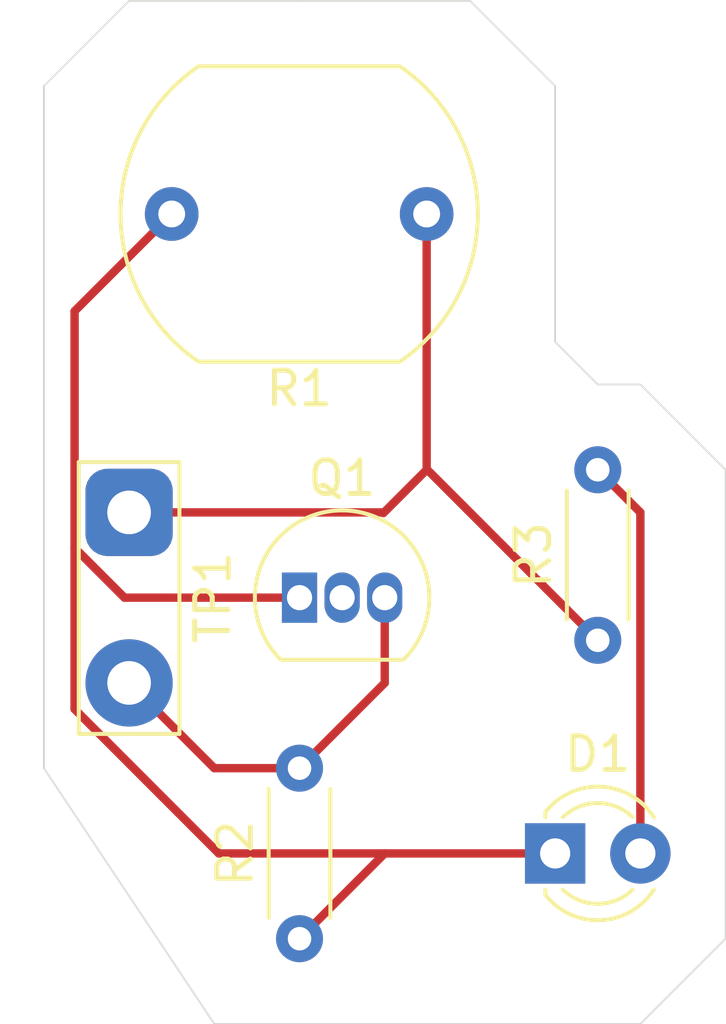
<source format=kicad_pcb>
(kicad_pcb (version 20171130) (host pcbnew "(5.1.9)-1")

  (general
    (thickness 1.6)
    (drawings 13)
    (tracks 19)
    (zones 0)
    (modules 6)
    (nets 6)
  )

  (page A4)
  (layers
    (0 F.Cu signal)
    (31 B.Cu signal)
    (32 B.Adhes user)
    (33 F.Adhes user)
    (34 B.Paste user)
    (35 F.Paste user)
    (36 B.SilkS user)
    (37 F.SilkS user)
    (38 B.Mask user)
    (39 F.Mask user)
    (40 Dwgs.User user)
    (41 Cmts.User user)
    (42 Eco1.User user)
    (43 Eco2.User user)
    (44 Edge.Cuts user)
    (45 Margin user)
    (46 B.CrtYd user)
    (47 F.CrtYd user)
    (48 B.Fab user)
    (49 F.Fab user)
  )

  (setup
    (last_trace_width 0.25)
    (trace_clearance 0.2)
    (zone_clearance 0.508)
    (zone_45_only no)
    (trace_min 0.2)
    (via_size 0.8)
    (via_drill 0.4)
    (via_min_size 0.4)
    (via_min_drill 0.3)
    (uvia_size 0.3)
    (uvia_drill 0.1)
    (uvias_allowed no)
    (uvia_min_size 0.2)
    (uvia_min_drill 0.1)
    (edge_width 0.05)
    (segment_width 0.2)
    (pcb_text_width 0.3)
    (pcb_text_size 1.5 1.5)
    (mod_edge_width 0.12)
    (mod_text_size 1 1)
    (mod_text_width 0.15)
    (pad_size 1.524 1.524)
    (pad_drill 0.762)
    (pad_to_mask_clearance 0)
    (aux_axis_origin 0 0)
    (visible_elements FFFFFF7F)
    (pcbplotparams
      (layerselection 0x010fc_ffffffff)
      (usegerberextensions false)
      (usegerberattributes true)
      (usegerberadvancedattributes true)
      (creategerberjobfile true)
      (excludeedgelayer true)
      (linewidth 0.100000)
      (plotframeref false)
      (viasonmask false)
      (mode 1)
      (useauxorigin false)
      (hpglpennumber 1)
      (hpglpenspeed 20)
      (hpglpendiameter 15.000000)
      (psnegative false)
      (psa4output false)
      (plotreference true)
      (plotvalue true)
      (plotinvisibletext false)
      (padsonsilk false)
      (subtractmaskfromsilk false)
      (outputformat 1)
      (mirror false)
      (drillshape 1)
      (scaleselection 1)
      (outputdirectory ""))
  )

  (net 0 "")
  (net 1 "Net-(D1-Pad2)")
  (net 2 "Net-(D1-Pad1)")
  (net 3 "Net-(Q1-Pad3)")
  (net 4 "Net-(Q1-Pad2)")
  (net 5 "Net-(R1-Pad1)")

  (net_class Default "This is the default net class."
    (clearance 0.2)
    (trace_width 0.25)
    (via_dia 0.8)
    (via_drill 0.4)
    (uvia_dia 0.3)
    (uvia_drill 0.1)
    (add_net "Net-(D1-Pad1)")
    (add_net "Net-(D1-Pad2)")
    (add_net "Net-(Q1-Pad2)")
    (add_net "Net-(Q1-Pad3)")
    (add_net "Net-(R1-Pad1)")
  )

  (module TestPoint:TestPoint_2Pads_Pitch5.08mm_Drill1.3mm (layer F.Cu) (tedit 5BD71EB4) (tstamp 61E6521E)
    (at 134.62 80.01 270)
    (descr "Test point with 2 pads, pitch 5.08mm, hole diameter 1.3mm, wire diameter 1.0mm")
    (tags "CONN DEV")
    (path /61E93F03)
    (attr virtual)
    (fp_text reference TP1 (at 2.54 -2.5 90) (layer F.SilkS)
      (effects (font (size 1 1) (thickness 0.15)))
    )
    (fp_text value TestPoint_2Pole (at 2.54 3 90) (layer F.Fab)
      (effects (font (size 1 1) (thickness 0.15)))
    )
    (fp_text user %R (at 2.54 0 90) (layer F.Fab)
      (effects (font (size 1 1) (thickness 0.15)))
    )
    (fp_line (start 6.88 1.8) (end -1.8 1.8) (layer F.CrtYd) (width 0.05))
    (fp_line (start 6.88 1.8) (end 6.88 -1.8) (layer F.CrtYd) (width 0.05))
    (fp_line (start -1.8 -1.8) (end -1.8 1.8) (layer F.CrtYd) (width 0.05))
    (fp_line (start -1.8 -1.8) (end 6.88 -1.8) (layer F.CrtYd) (width 0.05))
    (fp_line (start 5.08 0) (end 0 0) (layer F.Fab) (width 0.1))
    (fp_line (start -1.5 -1.5) (end -1.5 1.5) (layer F.SilkS) (width 0.12))
    (fp_line (start 6.6 1.5) (end 6.6 -1.5) (layer F.SilkS) (width 0.12))
    (fp_line (start -1.5 -1.5) (end 6.6 -1.5) (layer F.SilkS) (width 0.12))
    (fp_line (start 6.6 1.5) (end -1.5 1.5) (layer F.SilkS) (width 0.12))
    (pad 2 thru_hole circle (at 5.08 0 270) (size 2.6 2.6) (drill 1.3) (layers *.Cu *.Mask)
      (net 3 "Net-(Q1-Pad3)"))
    (pad 1 thru_hole roundrect (at 0 0 270) (size 2.6 2.6) (drill 1.3) (layers *.Cu *.Mask) (roundrect_rratio 0.25)
      (net 5 "Net-(R1-Pad1)"))
  )

  (module Resistor_THT:R_Axial_DIN0204_L3.6mm_D1.6mm_P5.08mm_Horizontal (layer F.Cu) (tedit 5AE5139B) (tstamp 61E6520E)
    (at 148.59 83.82 90)
    (descr "Resistor, Axial_DIN0204 series, Axial, Horizontal, pin pitch=5.08mm, 0.167W, length*diameter=3.6*1.6mm^2, http://cdn-reichelt.de/documents/datenblatt/B400/1_4W%23YAG.pdf")
    (tags "Resistor Axial_DIN0204 series Axial Horizontal pin pitch 5.08mm 0.167W length 3.6mm diameter 1.6mm")
    (path /61E8962A)
    (fp_text reference R3 (at 2.54 -1.92 90) (layer F.SilkS)
      (effects (font (size 1 1) (thickness 0.15)))
    )
    (fp_text value 470 (at 2.54 1.92 90) (layer F.Fab)
      (effects (font (size 1 1) (thickness 0.15)))
    )
    (fp_text user %R (at 2.54 0 90) (layer F.Fab)
      (effects (font (size 0.72 0.72) (thickness 0.108)))
    )
    (fp_line (start 0.74 -0.8) (end 0.74 0.8) (layer F.Fab) (width 0.1))
    (fp_line (start 0.74 0.8) (end 4.34 0.8) (layer F.Fab) (width 0.1))
    (fp_line (start 4.34 0.8) (end 4.34 -0.8) (layer F.Fab) (width 0.1))
    (fp_line (start 4.34 -0.8) (end 0.74 -0.8) (layer F.Fab) (width 0.1))
    (fp_line (start 0 0) (end 0.74 0) (layer F.Fab) (width 0.1))
    (fp_line (start 5.08 0) (end 4.34 0) (layer F.Fab) (width 0.1))
    (fp_line (start 0.62 -0.92) (end 4.46 -0.92) (layer F.SilkS) (width 0.12))
    (fp_line (start 0.62 0.92) (end 4.46 0.92) (layer F.SilkS) (width 0.12))
    (fp_line (start -0.95 -1.05) (end -0.95 1.05) (layer F.CrtYd) (width 0.05))
    (fp_line (start -0.95 1.05) (end 6.03 1.05) (layer F.CrtYd) (width 0.05))
    (fp_line (start 6.03 1.05) (end 6.03 -1.05) (layer F.CrtYd) (width 0.05))
    (fp_line (start 6.03 -1.05) (end -0.95 -1.05) (layer F.CrtYd) (width 0.05))
    (pad 2 thru_hole oval (at 5.08 0 90) (size 1.4 1.4) (drill 0.7) (layers *.Cu *.Mask)
      (net 1 "Net-(D1-Pad2)"))
    (pad 1 thru_hole circle (at 0 0 90) (size 1.4 1.4) (drill 0.7) (layers *.Cu *.Mask)
      (net 5 "Net-(R1-Pad1)"))
    (model ${KISYS3DMOD}/Resistor_THT.3dshapes/R_Axial_DIN0204_L3.6mm_D1.6mm_P5.08mm_Horizontal.wrl
      (at (xyz 0 0 0))
      (scale (xyz 1 1 1))
      (rotate (xyz 0 0 0))
    )
  )

  (module Resistor_THT:R_Axial_DIN0204_L3.6mm_D1.6mm_P5.08mm_Horizontal (layer F.Cu) (tedit 5AE5139B) (tstamp 61E651FB)
    (at 139.7 92.71 90)
    (descr "Resistor, Axial_DIN0204 series, Axial, Horizontal, pin pitch=5.08mm, 0.167W, length*diameter=3.6*1.6mm^2, http://cdn-reichelt.de/documents/datenblatt/B400/1_4W%23YAG.pdf")
    (tags "Resistor Axial_DIN0204 series Axial Horizontal pin pitch 5.08mm 0.167W length 3.6mm diameter 1.6mm")
    (path /61E8D3ED)
    (fp_text reference R2 (at 2.54 -1.92 90) (layer F.SilkS)
      (effects (font (size 1 1) (thickness 0.15)))
    )
    (fp_text value R (at 2.54 1.92 90) (layer F.Fab)
      (effects (font (size 1 1) (thickness 0.15)))
    )
    (fp_text user %R (at 2.54 0 90) (layer F.Fab)
      (effects (font (size 0.72 0.72) (thickness 0.108)))
    )
    (fp_line (start 0.74 -0.8) (end 0.74 0.8) (layer F.Fab) (width 0.1))
    (fp_line (start 0.74 0.8) (end 4.34 0.8) (layer F.Fab) (width 0.1))
    (fp_line (start 4.34 0.8) (end 4.34 -0.8) (layer F.Fab) (width 0.1))
    (fp_line (start 4.34 -0.8) (end 0.74 -0.8) (layer F.Fab) (width 0.1))
    (fp_line (start 0 0) (end 0.74 0) (layer F.Fab) (width 0.1))
    (fp_line (start 5.08 0) (end 4.34 0) (layer F.Fab) (width 0.1))
    (fp_line (start 0.62 -0.92) (end 4.46 -0.92) (layer F.SilkS) (width 0.12))
    (fp_line (start 0.62 0.92) (end 4.46 0.92) (layer F.SilkS) (width 0.12))
    (fp_line (start -0.95 -1.05) (end -0.95 1.05) (layer F.CrtYd) (width 0.05))
    (fp_line (start -0.95 1.05) (end 6.03 1.05) (layer F.CrtYd) (width 0.05))
    (fp_line (start 6.03 1.05) (end 6.03 -1.05) (layer F.CrtYd) (width 0.05))
    (fp_line (start 6.03 -1.05) (end -0.95 -1.05) (layer F.CrtYd) (width 0.05))
    (pad 2 thru_hole oval (at 5.08 0 90) (size 1.4 1.4) (drill 0.7) (layers *.Cu *.Mask)
      (net 3 "Net-(Q1-Pad3)"))
    (pad 1 thru_hole circle (at 0 0 90) (size 1.4 1.4) (drill 0.7) (layers *.Cu *.Mask)
      (net 2 "Net-(D1-Pad1)"))
    (model ${KISYS3DMOD}/Resistor_THT.3dshapes/R_Axial_DIN0204_L3.6mm_D1.6mm_P5.08mm_Horizontal.wrl
      (at (xyz 0 0 0))
      (scale (xyz 1 1 1))
      (rotate (xyz 0 0 0))
    )
  )

  (module OptoDevice:R_LDR_10x8.5mm_P7.6mm_Vertical (layer F.Cu) (tedit 5B860466) (tstamp 61E651E8)
    (at 143.49 71.12 180)
    (descr "Resistor, LDR 10x8.5mm")
    (tags "Resistor LDR10.8.5mm")
    (path /61E88E2E)
    (fp_text reference R1 (at 3.8 -5.2) (layer F.SilkS)
      (effects (font (size 1 1) (thickness 0.15)))
    )
    (fp_text value LDR03 (at 3.7 5.2) (layer F.Fab)
      (effects (font (size 1 1) (thickness 0.15)))
    )
    (fp_arc (start 3.8 0) (end 0.8 4.25) (angle 109) (layer F.Fab) (width 0.1))
    (fp_arc (start 3.8 0) (end 6.8 -4.25) (angle 109) (layer F.Fab) (width 0.1))
    (fp_arc (start 3.8 0) (end 6.8 -4.4) (angle 111) (layer F.SilkS) (width 0.12))
    (fp_arc (start 3.8 0) (end 0.8 4.4) (angle 111) (layer F.SilkS) (width 0.12))
    (fp_text user %R (at 3.8 -2.5) (layer F.Fab)
      (effects (font (size 1 1) (thickness 0.15)))
    )
    (fp_line (start 0.8 4.4) (end 6.8 4.4) (layer F.SilkS) (width 0.12))
    (fp_line (start 0.8 -4.4) (end 6.8 -4.4) (layer F.SilkS) (width 0.12))
    (fp_line (start 2.9 -1.8) (end 4.7 -1.8) (layer F.Fab) (width 0.1))
    (fp_line (start 4.7 -1.8) (end 4.7 -1.2) (layer F.Fab) (width 0.1))
    (fp_line (start 4.7 -1.2) (end 2.9 -1.2) (layer F.Fab) (width 0.1))
    (fp_line (start 2.9 -1.2) (end 2.9 -0.6) (layer F.Fab) (width 0.1))
    (fp_line (start 2.9 -0.6) (end 4.7 -0.6) (layer F.Fab) (width 0.1))
    (fp_line (start 4.7 -0.6) (end 4.7 0) (layer F.Fab) (width 0.1))
    (fp_line (start 4.7 0) (end 2.9 0) (layer F.Fab) (width 0.1))
    (fp_line (start 2.9 0) (end 2.9 0.6) (layer F.Fab) (width 0.1))
    (fp_line (start 2.9 0.6) (end 4.7 0.6) (layer F.Fab) (width 0.1))
    (fp_line (start 4.7 0.6) (end 4.7 1.2) (layer F.Fab) (width 0.1))
    (fp_line (start 4.7 1.2) (end 2.9 1.2) (layer F.Fab) (width 0.1))
    (fp_line (start 2.9 1.2) (end 2.9 1.8) (layer F.Fab) (width 0.1))
    (fp_line (start 2.9 1.8) (end 4.7 1.8) (layer F.Fab) (width 0.1))
    (fp_line (start 6.8 4.25) (end 0.8 4.25) (layer F.Fab) (width 0.1))
    (fp_line (start 0.8 -4.25) (end 6.8 -4.25) (layer F.Fab) (width 0.1))
    (fp_line (start -1.65 -4.5) (end 9.25 -4.5) (layer F.CrtYd) (width 0.05))
    (fp_line (start -1.65 -4.5) (end -1.65 4.5) (layer F.CrtYd) (width 0.05))
    (fp_line (start 9.25 4.5) (end 9.25 -4.5) (layer F.CrtYd) (width 0.05))
    (fp_line (start 9.25 4.5) (end -1.65 4.5) (layer F.CrtYd) (width 0.05))
    (pad 2 thru_hole circle (at 7.6 0 180) (size 1.6 1.6) (drill 0.8) (layers *.Cu *.Mask)
      (net 2 "Net-(D1-Pad1)"))
    (pad 1 thru_hole circle (at 0 0 180) (size 1.6 1.6) (drill 0.8) (layers *.Cu *.Mask)
      (net 5 "Net-(R1-Pad1)"))
    (model ${KISYS3DMOD}/OptoDevice.3dshapes/R_LDR_10x8.5mm_P7.6mm_Vertical.wrl
      (at (xyz 0 0 0))
      (scale (xyz 1 1 1))
      (rotate (xyz 0 0 0))
    )
  )

  (module Package_TO_SOT_THT:TO-92_Inline (layer F.Cu) (tedit 5A1DD157) (tstamp 61E651C8)
    (at 139.7 82.55)
    (descr "TO-92 leads in-line, narrow, oval pads, drill 0.75mm (see NXP sot054_po.pdf)")
    (tags "to-92 sc-43 sc-43a sot54 PA33 transistor")
    (path /61E8B1E7)
    (fp_text reference Q1 (at 1.27 -3.56) (layer F.SilkS)
      (effects (font (size 1 1) (thickness 0.15)))
    )
    (fp_text value BC547 (at 1.27 2.79) (layer F.Fab)
      (effects (font (size 1 1) (thickness 0.15)))
    )
    (fp_arc (start 1.27 0) (end 1.27 -2.6) (angle 135) (layer F.SilkS) (width 0.12))
    (fp_arc (start 1.27 0) (end 1.27 -2.48) (angle -135) (layer F.Fab) (width 0.1))
    (fp_arc (start 1.27 0) (end 1.27 -2.6) (angle -135) (layer F.SilkS) (width 0.12))
    (fp_arc (start 1.27 0) (end 1.27 -2.48) (angle 135) (layer F.Fab) (width 0.1))
    (fp_text user %R (at 1.27 0) (layer F.Fab)
      (effects (font (size 1 1) (thickness 0.15)))
    )
    (fp_line (start -0.53 1.85) (end 3.07 1.85) (layer F.SilkS) (width 0.12))
    (fp_line (start -0.5 1.75) (end 3 1.75) (layer F.Fab) (width 0.1))
    (fp_line (start -1.46 -2.73) (end 4 -2.73) (layer F.CrtYd) (width 0.05))
    (fp_line (start -1.46 -2.73) (end -1.46 2.01) (layer F.CrtYd) (width 0.05))
    (fp_line (start 4 2.01) (end 4 -2.73) (layer F.CrtYd) (width 0.05))
    (fp_line (start 4 2.01) (end -1.46 2.01) (layer F.CrtYd) (width 0.05))
    (pad 1 thru_hole rect (at 0 0) (size 1.05 1.5) (drill 0.75) (layers *.Cu *.Mask)
      (net 2 "Net-(D1-Pad1)"))
    (pad 3 thru_hole oval (at 2.54 0) (size 1.05 1.5) (drill 0.75) (layers *.Cu *.Mask)
      (net 3 "Net-(Q1-Pad3)"))
    (pad 2 thru_hole oval (at 1.27 0) (size 1.05 1.5) (drill 0.75) (layers *.Cu *.Mask)
      (net 4 "Net-(Q1-Pad2)"))
    (model ${KISYS3DMOD}/Package_TO_SOT_THT.3dshapes/TO-92_Inline.wrl
      (at (xyz 0 0 0))
      (scale (xyz 1 1 1))
      (rotate (xyz 0 0 0))
    )
  )

  (module LED_THT:LED_D3.0mm (layer F.Cu) (tedit 587A3A7B) (tstamp 61E651B6)
    (at 147.32 90.17)
    (descr "LED, diameter 3.0mm, 2 pins")
    (tags "LED diameter 3.0mm 2 pins")
    (path /61E89BAC)
    (fp_text reference D1 (at 1.27 -2.96) (layer F.SilkS)
      (effects (font (size 1 1) (thickness 0.15)))
    )
    (fp_text value LED (at 1.27 2.96) (layer F.Fab)
      (effects (font (size 1 1) (thickness 0.15)))
    )
    (fp_arc (start 1.27 0) (end 0.229039 1.08) (angle -87.9) (layer F.SilkS) (width 0.12))
    (fp_arc (start 1.27 0) (end 0.229039 -1.08) (angle 87.9) (layer F.SilkS) (width 0.12))
    (fp_arc (start 1.27 0) (end -0.29 1.235516) (angle -108.8) (layer F.SilkS) (width 0.12))
    (fp_arc (start 1.27 0) (end -0.29 -1.235516) (angle 108.8) (layer F.SilkS) (width 0.12))
    (fp_arc (start 1.27 0) (end -0.23 -1.16619) (angle 284.3) (layer F.Fab) (width 0.1))
    (fp_circle (center 1.27 0) (end 2.77 0) (layer F.Fab) (width 0.1))
    (fp_line (start -0.23 -1.16619) (end -0.23 1.16619) (layer F.Fab) (width 0.1))
    (fp_line (start -0.29 -1.236) (end -0.29 -1.08) (layer F.SilkS) (width 0.12))
    (fp_line (start -0.29 1.08) (end -0.29 1.236) (layer F.SilkS) (width 0.12))
    (fp_line (start -1.15 -2.25) (end -1.15 2.25) (layer F.CrtYd) (width 0.05))
    (fp_line (start -1.15 2.25) (end 3.7 2.25) (layer F.CrtYd) (width 0.05))
    (fp_line (start 3.7 2.25) (end 3.7 -2.25) (layer F.CrtYd) (width 0.05))
    (fp_line (start 3.7 -2.25) (end -1.15 -2.25) (layer F.CrtYd) (width 0.05))
    (pad 2 thru_hole circle (at 2.54 0) (size 1.8 1.8) (drill 0.9) (layers *.Cu *.Mask)
      (net 1 "Net-(D1-Pad2)"))
    (pad 1 thru_hole rect (at 0 0) (size 1.8 1.8) (drill 0.9) (layers *.Cu *.Mask)
      (net 2 "Net-(D1-Pad1)"))
    (model ${KISYS3DMOD}/LED_THT.3dshapes/LED_D3.0mm.wrl
      (at (xyz 0 0 0))
      (scale (xyz 1 1 1))
      (rotate (xyz 0 0 0))
    )
  )

  (gr_line (start 134.62 64.77) (end 139.7 64.77) (layer Edge.Cuts) (width 0.05) (tstamp 61E658A3))
  (gr_line (start 132.08 67.31) (end 134.62 64.77) (layer Edge.Cuts) (width 0.05))
  (gr_line (start 132.08 87.63) (end 132.08 67.31) (layer Edge.Cuts) (width 0.05))
  (gr_line (start 137.16 95.25) (end 132.08 87.63) (layer Edge.Cuts) (width 0.05))
  (gr_line (start 149.86 95.25) (end 137.16 95.25) (layer Edge.Cuts) (width 0.05))
  (gr_line (start 152.4 92.71) (end 149.86 95.25) (layer Edge.Cuts) (width 0.05))
  (gr_line (start 152.4 78.74) (end 152.4 92.71) (layer Edge.Cuts) (width 0.05))
  (gr_line (start 149.86 76.2) (end 152.4 78.74) (layer Edge.Cuts) (width 0.05))
  (gr_line (start 148.59 76.2) (end 149.86 76.2) (layer Edge.Cuts) (width 0.05))
  (gr_line (start 147.32 74.93) (end 148.59 76.2) (layer Edge.Cuts) (width 0.05))
  (gr_line (start 147.32 67.31) (end 147.32 74.93) (layer Edge.Cuts) (width 0.05))
  (gr_line (start 144.78 64.77) (end 147.32 67.31) (layer Edge.Cuts) (width 0.05))
  (gr_line (start 139.7 64.77) (end 144.78 64.77) (layer Edge.Cuts) (width 0.05))

  (segment (start 148.59 78.74) (end 149.86 80.01) (width 0.25) (layer F.Cu) (net 1))
  (segment (start 149.86 80.01) (end 149.86 90.17) (width 0.25) (layer F.Cu) (net 1))
  (segment (start 142.24 90.17) (end 139.7 92.71) (width 0.25) (layer F.Cu) (net 2))
  (segment (start 134.481126 82.55) (end 139.7 82.55) (width 0.25) (layer F.Cu) (net 2))
  (segment (start 132.994999 81.063873) (end 134.481126 82.55) (width 0.25) (layer F.Cu) (net 2))
  (segment (start 137.294998 90.17) (end 132.994999 85.870001) (width 0.25) (layer F.Cu) (net 2))
  (segment (start 132.994999 85.870001) (end 132.994999 81.063873) (width 0.25) (layer F.Cu) (net 2))
  (segment (start 142.24 90.17) (end 137.294998 90.17) (width 0.25) (layer F.Cu) (net 2))
  (segment (start 147.32 90.17) (end 142.24 90.17) (width 0.25) (layer F.Cu) (net 2))
  (segment (start 132.99499 81.063864) (end 132.99499 74.01501) (width 0.25) (layer F.Cu) (net 2))
  (segment (start 132.99499 74.01501) (end 135.89 71.12) (width 0.25) (layer F.Cu) (net 2))
  (segment (start 142.24 85.09) (end 142.24 82.55) (width 0.25) (layer F.Cu) (net 3))
  (segment (start 139.7 87.63) (end 142.24 85.09) (width 0.25) (layer F.Cu) (net 3))
  (segment (start 137.16 87.63) (end 134.62 85.09) (width 0.25) (layer F.Cu) (net 3))
  (segment (start 139.7 87.63) (end 137.16 87.63) (width 0.25) (layer F.Cu) (net 3))
  (segment (start 142.2 80.03) (end 143.49 78.74) (width 0.25) (layer F.Cu) (net 5))
  (segment (start 134.62 80.01) (end 142.2 80.01) (width 0.25) (layer F.Cu) (net 5))
  (segment (start 143.49 71.12) (end 143.49 78.72) (width 0.25) (layer F.Cu) (net 5))
  (segment (start 143.49 78.72) (end 148.59 83.82) (width 0.25) (layer F.Cu) (net 5))

)

</source>
